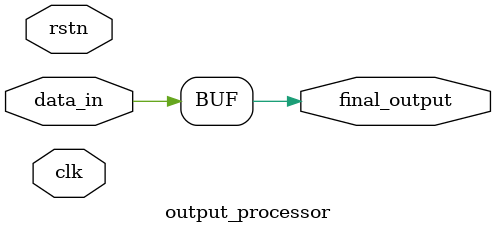
<source format=sv>
module shift_ff (
    input  wire clk,   // 时钟信号
    input  wire rstn,  // 复位信号
    input  wire sin,   // 串行输入
    output wire q      // 输出
);

    // 内部连线
    wire preprocessed_input;
    wire processed_output;
    
    // 实例化输入处理子模块
    input_processor input_proc (
        .clk(clk),
        .rstn(rstn),
        .raw_input(sin),
        .processed_input(preprocessed_input)
    );
    
    // 实例化核心处理子模块
    core_processor core_proc (
        .clk(clk),
        .rstn(rstn),
        .data_in(preprocessed_input),
        .data_out(processed_output)
    );
    
    // 实例化输出处理子模块
    output_processor output_proc (
        .clk(clk),
        .rstn(rstn),
        .data_in(processed_output),
        .final_output(q)
    );

endmodule

// 输入处理子模块
module input_processor (
    input  wire clk,
    input  wire rstn,
    input  wire raw_input,
    output wire processed_input
);
    // 简单的输入处理，直接传递
    assign processed_input = raw_input;
endmodule

// 核心处理子模块
module core_processor (
    input  wire clk,
    input  wire rstn,
    input  wire data_in,
    output wire data_out
);
    // 核心处理逻辑，直接传递
    assign data_out = data_in;
endmodule

// 输出处理子模块
module output_processor (
    input  wire clk,
    input  wire rstn,
    input  wire data_in,
    output wire final_output
);
    // 输出处理逻辑，直接传递
    assign final_output = data_in;
endmodule
</source>
